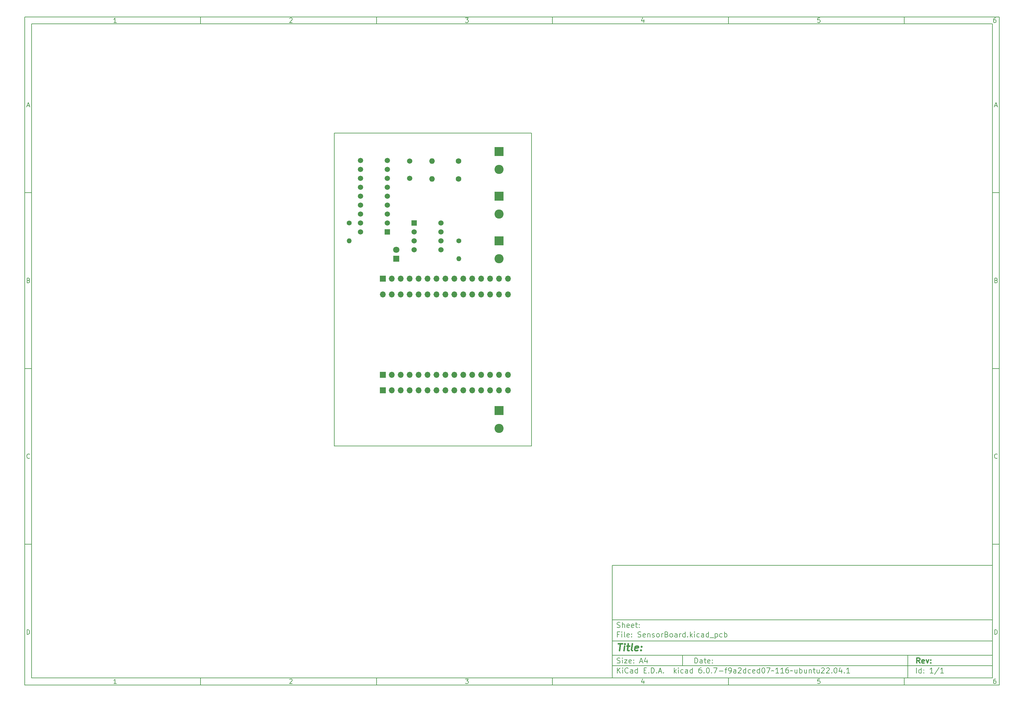
<source format=gbr>
%TF.GenerationSoftware,KiCad,Pcbnew,6.0.7-f9a2dced07~116~ubuntu22.04.1*%
%TF.CreationDate,2022-07-31T23:28:34-04:00*%
%TF.ProjectId,SensorBoard,53656e73-6f72-4426-9f61-72642e6b6963,rev?*%
%TF.SameCoordinates,Original*%
%TF.FileFunction,Soldermask,Top*%
%TF.FilePolarity,Negative*%
%FSLAX46Y46*%
G04 Gerber Fmt 4.6, Leading zero omitted, Abs format (unit mm)*
G04 Created by KiCad (PCBNEW 6.0.7-f9a2dced07~116~ubuntu22.04.1) date 2022-07-31 23:28:34*
%MOMM*%
%LPD*%
G01*
G04 APERTURE LIST*
%ADD10C,0.100000*%
%ADD11C,0.150000*%
%ADD12C,0.300000*%
%ADD13C,0.400000*%
%TA.AperFunction,Profile*%
%ADD14C,0.200000*%
%TD*%
%ADD15R,1.498600X1.498600*%
%ADD16C,1.498600*%
%ADD17R,1.700000X1.700000*%
%ADD18O,1.700000X1.700000*%
%ADD19R,1.800000X1.800000*%
%ADD20C,1.800000*%
%ADD21R,2.600000X2.600000*%
%ADD22C,2.600000*%
%ADD23C,1.600000*%
%ADD24O,1.600000X1.600000*%
%ADD25C,1.400000*%
%ADD26O,1.400000X1.400000*%
%ADD27C,1.500000*%
G04 APERTURE END LIST*
D10*
D11*
X177002200Y-166007200D02*
X177002200Y-198007200D01*
X285002200Y-198007200D01*
X285002200Y-166007200D01*
X177002200Y-166007200D01*
D10*
D11*
X10000000Y-10000000D02*
X10000000Y-200007200D01*
X287002200Y-200007200D01*
X287002200Y-10000000D01*
X10000000Y-10000000D01*
D10*
D11*
X12000000Y-12000000D02*
X12000000Y-198007200D01*
X285002200Y-198007200D01*
X285002200Y-12000000D01*
X12000000Y-12000000D01*
D10*
D11*
X60000000Y-12000000D02*
X60000000Y-10000000D01*
D10*
D11*
X110000000Y-12000000D02*
X110000000Y-10000000D01*
D10*
D11*
X160000000Y-12000000D02*
X160000000Y-10000000D01*
D10*
D11*
X210000000Y-12000000D02*
X210000000Y-10000000D01*
D10*
D11*
X260000000Y-12000000D02*
X260000000Y-10000000D01*
D10*
D11*
X36065476Y-11588095D02*
X35322619Y-11588095D01*
X35694047Y-11588095D02*
X35694047Y-10288095D01*
X35570238Y-10473809D01*
X35446428Y-10597619D01*
X35322619Y-10659523D01*
D10*
D11*
X85322619Y-10411904D02*
X85384523Y-10350000D01*
X85508333Y-10288095D01*
X85817857Y-10288095D01*
X85941666Y-10350000D01*
X86003571Y-10411904D01*
X86065476Y-10535714D01*
X86065476Y-10659523D01*
X86003571Y-10845238D01*
X85260714Y-11588095D01*
X86065476Y-11588095D01*
D10*
D11*
X135260714Y-10288095D02*
X136065476Y-10288095D01*
X135632142Y-10783333D01*
X135817857Y-10783333D01*
X135941666Y-10845238D01*
X136003571Y-10907142D01*
X136065476Y-11030952D01*
X136065476Y-11340476D01*
X136003571Y-11464285D01*
X135941666Y-11526190D01*
X135817857Y-11588095D01*
X135446428Y-11588095D01*
X135322619Y-11526190D01*
X135260714Y-11464285D01*
D10*
D11*
X185941666Y-10721428D02*
X185941666Y-11588095D01*
X185632142Y-10226190D02*
X185322619Y-11154761D01*
X186127380Y-11154761D01*
D10*
D11*
X236003571Y-10288095D02*
X235384523Y-10288095D01*
X235322619Y-10907142D01*
X235384523Y-10845238D01*
X235508333Y-10783333D01*
X235817857Y-10783333D01*
X235941666Y-10845238D01*
X236003571Y-10907142D01*
X236065476Y-11030952D01*
X236065476Y-11340476D01*
X236003571Y-11464285D01*
X235941666Y-11526190D01*
X235817857Y-11588095D01*
X235508333Y-11588095D01*
X235384523Y-11526190D01*
X235322619Y-11464285D01*
D10*
D11*
X285941666Y-10288095D02*
X285694047Y-10288095D01*
X285570238Y-10350000D01*
X285508333Y-10411904D01*
X285384523Y-10597619D01*
X285322619Y-10845238D01*
X285322619Y-11340476D01*
X285384523Y-11464285D01*
X285446428Y-11526190D01*
X285570238Y-11588095D01*
X285817857Y-11588095D01*
X285941666Y-11526190D01*
X286003571Y-11464285D01*
X286065476Y-11340476D01*
X286065476Y-11030952D01*
X286003571Y-10907142D01*
X285941666Y-10845238D01*
X285817857Y-10783333D01*
X285570238Y-10783333D01*
X285446428Y-10845238D01*
X285384523Y-10907142D01*
X285322619Y-11030952D01*
D10*
D11*
X60000000Y-198007200D02*
X60000000Y-200007200D01*
D10*
D11*
X110000000Y-198007200D02*
X110000000Y-200007200D01*
D10*
D11*
X160000000Y-198007200D02*
X160000000Y-200007200D01*
D10*
D11*
X210000000Y-198007200D02*
X210000000Y-200007200D01*
D10*
D11*
X260000000Y-198007200D02*
X260000000Y-200007200D01*
D10*
D11*
X36065476Y-199595295D02*
X35322619Y-199595295D01*
X35694047Y-199595295D02*
X35694047Y-198295295D01*
X35570238Y-198481009D01*
X35446428Y-198604819D01*
X35322619Y-198666723D01*
D10*
D11*
X85322619Y-198419104D02*
X85384523Y-198357200D01*
X85508333Y-198295295D01*
X85817857Y-198295295D01*
X85941666Y-198357200D01*
X86003571Y-198419104D01*
X86065476Y-198542914D01*
X86065476Y-198666723D01*
X86003571Y-198852438D01*
X85260714Y-199595295D01*
X86065476Y-199595295D01*
D10*
D11*
X135260714Y-198295295D02*
X136065476Y-198295295D01*
X135632142Y-198790533D01*
X135817857Y-198790533D01*
X135941666Y-198852438D01*
X136003571Y-198914342D01*
X136065476Y-199038152D01*
X136065476Y-199347676D01*
X136003571Y-199471485D01*
X135941666Y-199533390D01*
X135817857Y-199595295D01*
X135446428Y-199595295D01*
X135322619Y-199533390D01*
X135260714Y-199471485D01*
D10*
D11*
X185941666Y-198728628D02*
X185941666Y-199595295D01*
X185632142Y-198233390D02*
X185322619Y-199161961D01*
X186127380Y-199161961D01*
D10*
D11*
X236003571Y-198295295D02*
X235384523Y-198295295D01*
X235322619Y-198914342D01*
X235384523Y-198852438D01*
X235508333Y-198790533D01*
X235817857Y-198790533D01*
X235941666Y-198852438D01*
X236003571Y-198914342D01*
X236065476Y-199038152D01*
X236065476Y-199347676D01*
X236003571Y-199471485D01*
X235941666Y-199533390D01*
X235817857Y-199595295D01*
X235508333Y-199595295D01*
X235384523Y-199533390D01*
X235322619Y-199471485D01*
D10*
D11*
X285941666Y-198295295D02*
X285694047Y-198295295D01*
X285570238Y-198357200D01*
X285508333Y-198419104D01*
X285384523Y-198604819D01*
X285322619Y-198852438D01*
X285322619Y-199347676D01*
X285384523Y-199471485D01*
X285446428Y-199533390D01*
X285570238Y-199595295D01*
X285817857Y-199595295D01*
X285941666Y-199533390D01*
X286003571Y-199471485D01*
X286065476Y-199347676D01*
X286065476Y-199038152D01*
X286003571Y-198914342D01*
X285941666Y-198852438D01*
X285817857Y-198790533D01*
X285570238Y-198790533D01*
X285446428Y-198852438D01*
X285384523Y-198914342D01*
X285322619Y-199038152D01*
D10*
D11*
X10000000Y-60000000D02*
X12000000Y-60000000D01*
D10*
D11*
X10000000Y-110000000D02*
X12000000Y-110000000D01*
D10*
D11*
X10000000Y-160000000D02*
X12000000Y-160000000D01*
D10*
D11*
X10690476Y-35216666D02*
X11309523Y-35216666D01*
X10566666Y-35588095D02*
X11000000Y-34288095D01*
X11433333Y-35588095D01*
D10*
D11*
X11092857Y-84907142D02*
X11278571Y-84969047D01*
X11340476Y-85030952D01*
X11402380Y-85154761D01*
X11402380Y-85340476D01*
X11340476Y-85464285D01*
X11278571Y-85526190D01*
X11154761Y-85588095D01*
X10659523Y-85588095D01*
X10659523Y-84288095D01*
X11092857Y-84288095D01*
X11216666Y-84350000D01*
X11278571Y-84411904D01*
X11340476Y-84535714D01*
X11340476Y-84659523D01*
X11278571Y-84783333D01*
X11216666Y-84845238D01*
X11092857Y-84907142D01*
X10659523Y-84907142D01*
D10*
D11*
X11402380Y-135464285D02*
X11340476Y-135526190D01*
X11154761Y-135588095D01*
X11030952Y-135588095D01*
X10845238Y-135526190D01*
X10721428Y-135402380D01*
X10659523Y-135278571D01*
X10597619Y-135030952D01*
X10597619Y-134845238D01*
X10659523Y-134597619D01*
X10721428Y-134473809D01*
X10845238Y-134350000D01*
X11030952Y-134288095D01*
X11154761Y-134288095D01*
X11340476Y-134350000D01*
X11402380Y-134411904D01*
D10*
D11*
X10659523Y-185588095D02*
X10659523Y-184288095D01*
X10969047Y-184288095D01*
X11154761Y-184350000D01*
X11278571Y-184473809D01*
X11340476Y-184597619D01*
X11402380Y-184845238D01*
X11402380Y-185030952D01*
X11340476Y-185278571D01*
X11278571Y-185402380D01*
X11154761Y-185526190D01*
X10969047Y-185588095D01*
X10659523Y-185588095D01*
D10*
D11*
X287002200Y-60000000D02*
X285002200Y-60000000D01*
D10*
D11*
X287002200Y-110000000D02*
X285002200Y-110000000D01*
D10*
D11*
X287002200Y-160000000D02*
X285002200Y-160000000D01*
D10*
D11*
X285692676Y-35216666D02*
X286311723Y-35216666D01*
X285568866Y-35588095D02*
X286002200Y-34288095D01*
X286435533Y-35588095D01*
D10*
D11*
X286095057Y-84907142D02*
X286280771Y-84969047D01*
X286342676Y-85030952D01*
X286404580Y-85154761D01*
X286404580Y-85340476D01*
X286342676Y-85464285D01*
X286280771Y-85526190D01*
X286156961Y-85588095D01*
X285661723Y-85588095D01*
X285661723Y-84288095D01*
X286095057Y-84288095D01*
X286218866Y-84350000D01*
X286280771Y-84411904D01*
X286342676Y-84535714D01*
X286342676Y-84659523D01*
X286280771Y-84783333D01*
X286218866Y-84845238D01*
X286095057Y-84907142D01*
X285661723Y-84907142D01*
D10*
D11*
X286404580Y-135464285D02*
X286342676Y-135526190D01*
X286156961Y-135588095D01*
X286033152Y-135588095D01*
X285847438Y-135526190D01*
X285723628Y-135402380D01*
X285661723Y-135278571D01*
X285599819Y-135030952D01*
X285599819Y-134845238D01*
X285661723Y-134597619D01*
X285723628Y-134473809D01*
X285847438Y-134350000D01*
X286033152Y-134288095D01*
X286156961Y-134288095D01*
X286342676Y-134350000D01*
X286404580Y-134411904D01*
D10*
D11*
X285661723Y-185588095D02*
X285661723Y-184288095D01*
X285971247Y-184288095D01*
X286156961Y-184350000D01*
X286280771Y-184473809D01*
X286342676Y-184597619D01*
X286404580Y-184845238D01*
X286404580Y-185030952D01*
X286342676Y-185278571D01*
X286280771Y-185402380D01*
X286156961Y-185526190D01*
X285971247Y-185588095D01*
X285661723Y-185588095D01*
D10*
D11*
X200434342Y-193785771D02*
X200434342Y-192285771D01*
X200791485Y-192285771D01*
X201005771Y-192357200D01*
X201148628Y-192500057D01*
X201220057Y-192642914D01*
X201291485Y-192928628D01*
X201291485Y-193142914D01*
X201220057Y-193428628D01*
X201148628Y-193571485D01*
X201005771Y-193714342D01*
X200791485Y-193785771D01*
X200434342Y-193785771D01*
X202577200Y-193785771D02*
X202577200Y-193000057D01*
X202505771Y-192857200D01*
X202362914Y-192785771D01*
X202077200Y-192785771D01*
X201934342Y-192857200D01*
X202577200Y-193714342D02*
X202434342Y-193785771D01*
X202077200Y-193785771D01*
X201934342Y-193714342D01*
X201862914Y-193571485D01*
X201862914Y-193428628D01*
X201934342Y-193285771D01*
X202077200Y-193214342D01*
X202434342Y-193214342D01*
X202577200Y-193142914D01*
X203077200Y-192785771D02*
X203648628Y-192785771D01*
X203291485Y-192285771D02*
X203291485Y-193571485D01*
X203362914Y-193714342D01*
X203505771Y-193785771D01*
X203648628Y-193785771D01*
X204720057Y-193714342D02*
X204577200Y-193785771D01*
X204291485Y-193785771D01*
X204148628Y-193714342D01*
X204077200Y-193571485D01*
X204077200Y-193000057D01*
X204148628Y-192857200D01*
X204291485Y-192785771D01*
X204577200Y-192785771D01*
X204720057Y-192857200D01*
X204791485Y-193000057D01*
X204791485Y-193142914D01*
X204077200Y-193285771D01*
X205434342Y-193642914D02*
X205505771Y-193714342D01*
X205434342Y-193785771D01*
X205362914Y-193714342D01*
X205434342Y-193642914D01*
X205434342Y-193785771D01*
X205434342Y-192857200D02*
X205505771Y-192928628D01*
X205434342Y-193000057D01*
X205362914Y-192928628D01*
X205434342Y-192857200D01*
X205434342Y-193000057D01*
D10*
D11*
X177002200Y-194507200D02*
X285002200Y-194507200D01*
D10*
D11*
X178434342Y-196585771D02*
X178434342Y-195085771D01*
X179291485Y-196585771D02*
X178648628Y-195728628D01*
X179291485Y-195085771D02*
X178434342Y-195942914D01*
X179934342Y-196585771D02*
X179934342Y-195585771D01*
X179934342Y-195085771D02*
X179862914Y-195157200D01*
X179934342Y-195228628D01*
X180005771Y-195157200D01*
X179934342Y-195085771D01*
X179934342Y-195228628D01*
X181505771Y-196442914D02*
X181434342Y-196514342D01*
X181220057Y-196585771D01*
X181077200Y-196585771D01*
X180862914Y-196514342D01*
X180720057Y-196371485D01*
X180648628Y-196228628D01*
X180577200Y-195942914D01*
X180577200Y-195728628D01*
X180648628Y-195442914D01*
X180720057Y-195300057D01*
X180862914Y-195157200D01*
X181077200Y-195085771D01*
X181220057Y-195085771D01*
X181434342Y-195157200D01*
X181505771Y-195228628D01*
X182791485Y-196585771D02*
X182791485Y-195800057D01*
X182720057Y-195657200D01*
X182577200Y-195585771D01*
X182291485Y-195585771D01*
X182148628Y-195657200D01*
X182791485Y-196514342D02*
X182648628Y-196585771D01*
X182291485Y-196585771D01*
X182148628Y-196514342D01*
X182077200Y-196371485D01*
X182077200Y-196228628D01*
X182148628Y-196085771D01*
X182291485Y-196014342D01*
X182648628Y-196014342D01*
X182791485Y-195942914D01*
X184148628Y-196585771D02*
X184148628Y-195085771D01*
X184148628Y-196514342D02*
X184005771Y-196585771D01*
X183720057Y-196585771D01*
X183577200Y-196514342D01*
X183505771Y-196442914D01*
X183434342Y-196300057D01*
X183434342Y-195871485D01*
X183505771Y-195728628D01*
X183577200Y-195657200D01*
X183720057Y-195585771D01*
X184005771Y-195585771D01*
X184148628Y-195657200D01*
X186005771Y-195800057D02*
X186505771Y-195800057D01*
X186720057Y-196585771D02*
X186005771Y-196585771D01*
X186005771Y-195085771D01*
X186720057Y-195085771D01*
X187362914Y-196442914D02*
X187434342Y-196514342D01*
X187362914Y-196585771D01*
X187291485Y-196514342D01*
X187362914Y-196442914D01*
X187362914Y-196585771D01*
X188077200Y-196585771D02*
X188077200Y-195085771D01*
X188434342Y-195085771D01*
X188648628Y-195157200D01*
X188791485Y-195300057D01*
X188862914Y-195442914D01*
X188934342Y-195728628D01*
X188934342Y-195942914D01*
X188862914Y-196228628D01*
X188791485Y-196371485D01*
X188648628Y-196514342D01*
X188434342Y-196585771D01*
X188077200Y-196585771D01*
X189577200Y-196442914D02*
X189648628Y-196514342D01*
X189577200Y-196585771D01*
X189505771Y-196514342D01*
X189577200Y-196442914D01*
X189577200Y-196585771D01*
X190220057Y-196157200D02*
X190934342Y-196157200D01*
X190077200Y-196585771D02*
X190577200Y-195085771D01*
X191077200Y-196585771D01*
X191577200Y-196442914D02*
X191648628Y-196514342D01*
X191577200Y-196585771D01*
X191505771Y-196514342D01*
X191577200Y-196442914D01*
X191577200Y-196585771D01*
X194577200Y-196585771D02*
X194577200Y-195085771D01*
X194720057Y-196014342D02*
X195148628Y-196585771D01*
X195148628Y-195585771D02*
X194577200Y-196157200D01*
X195791485Y-196585771D02*
X195791485Y-195585771D01*
X195791485Y-195085771D02*
X195720057Y-195157200D01*
X195791485Y-195228628D01*
X195862914Y-195157200D01*
X195791485Y-195085771D01*
X195791485Y-195228628D01*
X197148628Y-196514342D02*
X197005771Y-196585771D01*
X196720057Y-196585771D01*
X196577200Y-196514342D01*
X196505771Y-196442914D01*
X196434342Y-196300057D01*
X196434342Y-195871485D01*
X196505771Y-195728628D01*
X196577200Y-195657200D01*
X196720057Y-195585771D01*
X197005771Y-195585771D01*
X197148628Y-195657200D01*
X198434342Y-196585771D02*
X198434342Y-195800057D01*
X198362914Y-195657200D01*
X198220057Y-195585771D01*
X197934342Y-195585771D01*
X197791485Y-195657200D01*
X198434342Y-196514342D02*
X198291485Y-196585771D01*
X197934342Y-196585771D01*
X197791485Y-196514342D01*
X197720057Y-196371485D01*
X197720057Y-196228628D01*
X197791485Y-196085771D01*
X197934342Y-196014342D01*
X198291485Y-196014342D01*
X198434342Y-195942914D01*
X199791485Y-196585771D02*
X199791485Y-195085771D01*
X199791485Y-196514342D02*
X199648628Y-196585771D01*
X199362914Y-196585771D01*
X199220057Y-196514342D01*
X199148628Y-196442914D01*
X199077200Y-196300057D01*
X199077200Y-195871485D01*
X199148628Y-195728628D01*
X199220057Y-195657200D01*
X199362914Y-195585771D01*
X199648628Y-195585771D01*
X199791485Y-195657200D01*
X202291485Y-195085771D02*
X202005771Y-195085771D01*
X201862914Y-195157200D01*
X201791485Y-195228628D01*
X201648628Y-195442914D01*
X201577200Y-195728628D01*
X201577200Y-196300057D01*
X201648628Y-196442914D01*
X201720057Y-196514342D01*
X201862914Y-196585771D01*
X202148628Y-196585771D01*
X202291485Y-196514342D01*
X202362914Y-196442914D01*
X202434342Y-196300057D01*
X202434342Y-195942914D01*
X202362914Y-195800057D01*
X202291485Y-195728628D01*
X202148628Y-195657200D01*
X201862914Y-195657200D01*
X201720057Y-195728628D01*
X201648628Y-195800057D01*
X201577200Y-195942914D01*
X203077200Y-196442914D02*
X203148628Y-196514342D01*
X203077200Y-196585771D01*
X203005771Y-196514342D01*
X203077200Y-196442914D01*
X203077200Y-196585771D01*
X204077200Y-195085771D02*
X204220057Y-195085771D01*
X204362914Y-195157200D01*
X204434342Y-195228628D01*
X204505771Y-195371485D01*
X204577200Y-195657200D01*
X204577200Y-196014342D01*
X204505771Y-196300057D01*
X204434342Y-196442914D01*
X204362914Y-196514342D01*
X204220057Y-196585771D01*
X204077200Y-196585771D01*
X203934342Y-196514342D01*
X203862914Y-196442914D01*
X203791485Y-196300057D01*
X203720057Y-196014342D01*
X203720057Y-195657200D01*
X203791485Y-195371485D01*
X203862914Y-195228628D01*
X203934342Y-195157200D01*
X204077200Y-195085771D01*
X205220057Y-196442914D02*
X205291485Y-196514342D01*
X205220057Y-196585771D01*
X205148628Y-196514342D01*
X205220057Y-196442914D01*
X205220057Y-196585771D01*
X205791485Y-195085771D02*
X206791485Y-195085771D01*
X206148628Y-196585771D01*
X207362914Y-196014342D02*
X208505771Y-196014342D01*
X209005771Y-195585771D02*
X209577200Y-195585771D01*
X209220057Y-196585771D02*
X209220057Y-195300057D01*
X209291485Y-195157200D01*
X209434342Y-195085771D01*
X209577200Y-195085771D01*
X210148628Y-196585771D02*
X210434342Y-196585771D01*
X210577200Y-196514342D01*
X210648628Y-196442914D01*
X210791485Y-196228628D01*
X210862914Y-195942914D01*
X210862914Y-195371485D01*
X210791485Y-195228628D01*
X210720057Y-195157200D01*
X210577200Y-195085771D01*
X210291485Y-195085771D01*
X210148628Y-195157200D01*
X210077200Y-195228628D01*
X210005771Y-195371485D01*
X210005771Y-195728628D01*
X210077200Y-195871485D01*
X210148628Y-195942914D01*
X210291485Y-196014342D01*
X210577200Y-196014342D01*
X210720057Y-195942914D01*
X210791485Y-195871485D01*
X210862914Y-195728628D01*
X212148628Y-196585771D02*
X212148628Y-195800057D01*
X212077200Y-195657200D01*
X211934342Y-195585771D01*
X211648628Y-195585771D01*
X211505771Y-195657200D01*
X212148628Y-196514342D02*
X212005771Y-196585771D01*
X211648628Y-196585771D01*
X211505771Y-196514342D01*
X211434342Y-196371485D01*
X211434342Y-196228628D01*
X211505771Y-196085771D01*
X211648628Y-196014342D01*
X212005771Y-196014342D01*
X212148628Y-195942914D01*
X212791485Y-195228628D02*
X212862914Y-195157200D01*
X213005771Y-195085771D01*
X213362914Y-195085771D01*
X213505771Y-195157200D01*
X213577200Y-195228628D01*
X213648628Y-195371485D01*
X213648628Y-195514342D01*
X213577200Y-195728628D01*
X212720057Y-196585771D01*
X213648628Y-196585771D01*
X214934342Y-196585771D02*
X214934342Y-195085771D01*
X214934342Y-196514342D02*
X214791485Y-196585771D01*
X214505771Y-196585771D01*
X214362914Y-196514342D01*
X214291485Y-196442914D01*
X214220057Y-196300057D01*
X214220057Y-195871485D01*
X214291485Y-195728628D01*
X214362914Y-195657200D01*
X214505771Y-195585771D01*
X214791485Y-195585771D01*
X214934342Y-195657200D01*
X216291485Y-196514342D02*
X216148628Y-196585771D01*
X215862914Y-196585771D01*
X215720057Y-196514342D01*
X215648628Y-196442914D01*
X215577200Y-196300057D01*
X215577200Y-195871485D01*
X215648628Y-195728628D01*
X215720057Y-195657200D01*
X215862914Y-195585771D01*
X216148628Y-195585771D01*
X216291485Y-195657200D01*
X217505771Y-196514342D02*
X217362914Y-196585771D01*
X217077200Y-196585771D01*
X216934342Y-196514342D01*
X216862914Y-196371485D01*
X216862914Y-195800057D01*
X216934342Y-195657200D01*
X217077200Y-195585771D01*
X217362914Y-195585771D01*
X217505771Y-195657200D01*
X217577200Y-195800057D01*
X217577200Y-195942914D01*
X216862914Y-196085771D01*
X218862914Y-196585771D02*
X218862914Y-195085771D01*
X218862914Y-196514342D02*
X218720057Y-196585771D01*
X218434342Y-196585771D01*
X218291485Y-196514342D01*
X218220057Y-196442914D01*
X218148628Y-196300057D01*
X218148628Y-195871485D01*
X218220057Y-195728628D01*
X218291485Y-195657200D01*
X218434342Y-195585771D01*
X218720057Y-195585771D01*
X218862914Y-195657200D01*
X219862914Y-195085771D02*
X220005771Y-195085771D01*
X220148628Y-195157200D01*
X220220057Y-195228628D01*
X220291485Y-195371485D01*
X220362914Y-195657200D01*
X220362914Y-196014342D01*
X220291485Y-196300057D01*
X220220057Y-196442914D01*
X220148628Y-196514342D01*
X220005771Y-196585771D01*
X219862914Y-196585771D01*
X219720057Y-196514342D01*
X219648628Y-196442914D01*
X219577200Y-196300057D01*
X219505771Y-196014342D01*
X219505771Y-195657200D01*
X219577200Y-195371485D01*
X219648628Y-195228628D01*
X219720057Y-195157200D01*
X219862914Y-195085771D01*
X220862914Y-195085771D02*
X221862914Y-195085771D01*
X221220057Y-196585771D01*
X222220057Y-196014342D02*
X222291485Y-195942914D01*
X222434342Y-195871485D01*
X222720057Y-196014342D01*
X222862914Y-195942914D01*
X222934342Y-195871485D01*
X224291485Y-196585771D02*
X223434342Y-196585771D01*
X223862914Y-196585771D02*
X223862914Y-195085771D01*
X223720057Y-195300057D01*
X223577200Y-195442914D01*
X223434342Y-195514342D01*
X225720057Y-196585771D02*
X224862914Y-196585771D01*
X225291485Y-196585771D02*
X225291485Y-195085771D01*
X225148628Y-195300057D01*
X225005771Y-195442914D01*
X224862914Y-195514342D01*
X227005771Y-195085771D02*
X226720057Y-195085771D01*
X226577200Y-195157200D01*
X226505771Y-195228628D01*
X226362914Y-195442914D01*
X226291485Y-195728628D01*
X226291485Y-196300057D01*
X226362914Y-196442914D01*
X226434342Y-196514342D01*
X226577200Y-196585771D01*
X226862914Y-196585771D01*
X227005771Y-196514342D01*
X227077200Y-196442914D01*
X227148628Y-196300057D01*
X227148628Y-195942914D01*
X227077200Y-195800057D01*
X227005771Y-195728628D01*
X226862914Y-195657200D01*
X226577200Y-195657200D01*
X226434342Y-195728628D01*
X226362914Y-195800057D01*
X226291485Y-195942914D01*
X227577199Y-196014342D02*
X227648628Y-195942914D01*
X227791485Y-195871485D01*
X228077199Y-196014342D01*
X228220057Y-195942914D01*
X228291485Y-195871485D01*
X229505771Y-195585771D02*
X229505771Y-196585771D01*
X228862914Y-195585771D02*
X228862914Y-196371485D01*
X228934342Y-196514342D01*
X229077200Y-196585771D01*
X229291485Y-196585771D01*
X229434342Y-196514342D01*
X229505771Y-196442914D01*
X230220057Y-196585771D02*
X230220057Y-195085771D01*
X230220057Y-195657200D02*
X230362914Y-195585771D01*
X230648628Y-195585771D01*
X230791485Y-195657200D01*
X230862914Y-195728628D01*
X230934342Y-195871485D01*
X230934342Y-196300057D01*
X230862914Y-196442914D01*
X230791485Y-196514342D01*
X230648628Y-196585771D01*
X230362914Y-196585771D01*
X230220057Y-196514342D01*
X232220057Y-195585771D02*
X232220057Y-196585771D01*
X231577200Y-195585771D02*
X231577200Y-196371485D01*
X231648628Y-196514342D01*
X231791485Y-196585771D01*
X232005771Y-196585771D01*
X232148628Y-196514342D01*
X232220057Y-196442914D01*
X232934342Y-195585771D02*
X232934342Y-196585771D01*
X232934342Y-195728628D02*
X233005771Y-195657200D01*
X233148628Y-195585771D01*
X233362914Y-195585771D01*
X233505771Y-195657200D01*
X233577200Y-195800057D01*
X233577200Y-196585771D01*
X234077200Y-195585771D02*
X234648628Y-195585771D01*
X234291485Y-195085771D02*
X234291485Y-196371485D01*
X234362914Y-196514342D01*
X234505771Y-196585771D01*
X234648628Y-196585771D01*
X235791485Y-195585771D02*
X235791485Y-196585771D01*
X235148628Y-195585771D02*
X235148628Y-196371485D01*
X235220057Y-196514342D01*
X235362914Y-196585771D01*
X235577200Y-196585771D01*
X235720057Y-196514342D01*
X235791485Y-196442914D01*
X236434342Y-195228628D02*
X236505771Y-195157200D01*
X236648628Y-195085771D01*
X237005771Y-195085771D01*
X237148628Y-195157200D01*
X237220057Y-195228628D01*
X237291485Y-195371485D01*
X237291485Y-195514342D01*
X237220057Y-195728628D01*
X236362914Y-196585771D01*
X237291485Y-196585771D01*
X237862914Y-195228628D02*
X237934342Y-195157200D01*
X238077200Y-195085771D01*
X238434342Y-195085771D01*
X238577200Y-195157200D01*
X238648628Y-195228628D01*
X238720057Y-195371485D01*
X238720057Y-195514342D01*
X238648628Y-195728628D01*
X237791485Y-196585771D01*
X238720057Y-196585771D01*
X239362914Y-196442914D02*
X239434342Y-196514342D01*
X239362914Y-196585771D01*
X239291485Y-196514342D01*
X239362914Y-196442914D01*
X239362914Y-196585771D01*
X240362914Y-195085771D02*
X240505771Y-195085771D01*
X240648628Y-195157200D01*
X240720057Y-195228628D01*
X240791485Y-195371485D01*
X240862914Y-195657200D01*
X240862914Y-196014342D01*
X240791485Y-196300057D01*
X240720057Y-196442914D01*
X240648628Y-196514342D01*
X240505771Y-196585771D01*
X240362914Y-196585771D01*
X240220057Y-196514342D01*
X240148628Y-196442914D01*
X240077200Y-196300057D01*
X240005771Y-196014342D01*
X240005771Y-195657200D01*
X240077200Y-195371485D01*
X240148628Y-195228628D01*
X240220057Y-195157200D01*
X240362914Y-195085771D01*
X242148628Y-195585771D02*
X242148628Y-196585771D01*
X241791485Y-195014342D02*
X241434342Y-196085771D01*
X242362914Y-196085771D01*
X242934342Y-196442914D02*
X243005771Y-196514342D01*
X242934342Y-196585771D01*
X242862914Y-196514342D01*
X242934342Y-196442914D01*
X242934342Y-196585771D01*
X244434342Y-196585771D02*
X243577199Y-196585771D01*
X244005771Y-196585771D02*
X244005771Y-195085771D01*
X243862914Y-195300057D01*
X243720057Y-195442914D01*
X243577199Y-195514342D01*
D10*
D11*
X177002200Y-191507200D02*
X285002200Y-191507200D01*
D10*
D12*
X264411485Y-193785771D02*
X263911485Y-193071485D01*
X263554342Y-193785771D02*
X263554342Y-192285771D01*
X264125771Y-192285771D01*
X264268628Y-192357200D01*
X264340057Y-192428628D01*
X264411485Y-192571485D01*
X264411485Y-192785771D01*
X264340057Y-192928628D01*
X264268628Y-193000057D01*
X264125771Y-193071485D01*
X263554342Y-193071485D01*
X265625771Y-193714342D02*
X265482914Y-193785771D01*
X265197200Y-193785771D01*
X265054342Y-193714342D01*
X264982914Y-193571485D01*
X264982914Y-193000057D01*
X265054342Y-192857200D01*
X265197200Y-192785771D01*
X265482914Y-192785771D01*
X265625771Y-192857200D01*
X265697200Y-193000057D01*
X265697200Y-193142914D01*
X264982914Y-193285771D01*
X266197200Y-192785771D02*
X266554342Y-193785771D01*
X266911485Y-192785771D01*
X267482914Y-193642914D02*
X267554342Y-193714342D01*
X267482914Y-193785771D01*
X267411485Y-193714342D01*
X267482914Y-193642914D01*
X267482914Y-193785771D01*
X267482914Y-192857200D02*
X267554342Y-192928628D01*
X267482914Y-193000057D01*
X267411485Y-192928628D01*
X267482914Y-192857200D01*
X267482914Y-193000057D01*
D10*
D11*
X178362914Y-193714342D02*
X178577200Y-193785771D01*
X178934342Y-193785771D01*
X179077200Y-193714342D01*
X179148628Y-193642914D01*
X179220057Y-193500057D01*
X179220057Y-193357200D01*
X179148628Y-193214342D01*
X179077200Y-193142914D01*
X178934342Y-193071485D01*
X178648628Y-193000057D01*
X178505771Y-192928628D01*
X178434342Y-192857200D01*
X178362914Y-192714342D01*
X178362914Y-192571485D01*
X178434342Y-192428628D01*
X178505771Y-192357200D01*
X178648628Y-192285771D01*
X179005771Y-192285771D01*
X179220057Y-192357200D01*
X179862914Y-193785771D02*
X179862914Y-192785771D01*
X179862914Y-192285771D02*
X179791485Y-192357200D01*
X179862914Y-192428628D01*
X179934342Y-192357200D01*
X179862914Y-192285771D01*
X179862914Y-192428628D01*
X180434342Y-192785771D02*
X181220057Y-192785771D01*
X180434342Y-193785771D01*
X181220057Y-193785771D01*
X182362914Y-193714342D02*
X182220057Y-193785771D01*
X181934342Y-193785771D01*
X181791485Y-193714342D01*
X181720057Y-193571485D01*
X181720057Y-193000057D01*
X181791485Y-192857200D01*
X181934342Y-192785771D01*
X182220057Y-192785771D01*
X182362914Y-192857200D01*
X182434342Y-193000057D01*
X182434342Y-193142914D01*
X181720057Y-193285771D01*
X183077200Y-193642914D02*
X183148628Y-193714342D01*
X183077200Y-193785771D01*
X183005771Y-193714342D01*
X183077200Y-193642914D01*
X183077200Y-193785771D01*
X183077200Y-192857200D02*
X183148628Y-192928628D01*
X183077200Y-193000057D01*
X183005771Y-192928628D01*
X183077200Y-192857200D01*
X183077200Y-193000057D01*
X184862914Y-193357200D02*
X185577200Y-193357200D01*
X184720057Y-193785771D02*
X185220057Y-192285771D01*
X185720057Y-193785771D01*
X186862914Y-192785771D02*
X186862914Y-193785771D01*
X186505771Y-192214342D02*
X186148628Y-193285771D01*
X187077200Y-193285771D01*
D10*
D11*
X263434342Y-196585771D02*
X263434342Y-195085771D01*
X264791485Y-196585771D02*
X264791485Y-195085771D01*
X264791485Y-196514342D02*
X264648628Y-196585771D01*
X264362914Y-196585771D01*
X264220057Y-196514342D01*
X264148628Y-196442914D01*
X264077200Y-196300057D01*
X264077200Y-195871485D01*
X264148628Y-195728628D01*
X264220057Y-195657200D01*
X264362914Y-195585771D01*
X264648628Y-195585771D01*
X264791485Y-195657200D01*
X265505771Y-196442914D02*
X265577200Y-196514342D01*
X265505771Y-196585771D01*
X265434342Y-196514342D01*
X265505771Y-196442914D01*
X265505771Y-196585771D01*
X265505771Y-195657200D02*
X265577200Y-195728628D01*
X265505771Y-195800057D01*
X265434342Y-195728628D01*
X265505771Y-195657200D01*
X265505771Y-195800057D01*
X268148628Y-196585771D02*
X267291485Y-196585771D01*
X267720057Y-196585771D02*
X267720057Y-195085771D01*
X267577200Y-195300057D01*
X267434342Y-195442914D01*
X267291485Y-195514342D01*
X269862914Y-195014342D02*
X268577200Y-196942914D01*
X271148628Y-196585771D02*
X270291485Y-196585771D01*
X270720057Y-196585771D02*
X270720057Y-195085771D01*
X270577200Y-195300057D01*
X270434342Y-195442914D01*
X270291485Y-195514342D01*
D10*
D11*
X177002200Y-187507200D02*
X285002200Y-187507200D01*
D10*
D13*
X178714580Y-188211961D02*
X179857438Y-188211961D01*
X179036009Y-190211961D02*
X179286009Y-188211961D01*
X180274104Y-190211961D02*
X180440771Y-188878628D01*
X180524104Y-188211961D02*
X180416961Y-188307200D01*
X180500295Y-188402438D01*
X180607438Y-188307200D01*
X180524104Y-188211961D01*
X180500295Y-188402438D01*
X181107438Y-188878628D02*
X181869342Y-188878628D01*
X181476485Y-188211961D02*
X181262200Y-189926247D01*
X181333628Y-190116723D01*
X181512200Y-190211961D01*
X181702676Y-190211961D01*
X182655057Y-190211961D02*
X182476485Y-190116723D01*
X182405057Y-189926247D01*
X182619342Y-188211961D01*
X184190771Y-190116723D02*
X183988390Y-190211961D01*
X183607438Y-190211961D01*
X183428866Y-190116723D01*
X183357438Y-189926247D01*
X183452676Y-189164342D01*
X183571723Y-188973866D01*
X183774104Y-188878628D01*
X184155057Y-188878628D01*
X184333628Y-188973866D01*
X184405057Y-189164342D01*
X184381247Y-189354819D01*
X183405057Y-189545295D01*
X185155057Y-190021485D02*
X185238390Y-190116723D01*
X185131247Y-190211961D01*
X185047914Y-190116723D01*
X185155057Y-190021485D01*
X185131247Y-190211961D01*
X185286009Y-188973866D02*
X185369342Y-189069104D01*
X185262200Y-189164342D01*
X185178866Y-189069104D01*
X185286009Y-188973866D01*
X185262200Y-189164342D01*
D10*
D11*
X178934342Y-185600057D02*
X178434342Y-185600057D01*
X178434342Y-186385771D02*
X178434342Y-184885771D01*
X179148628Y-184885771D01*
X179720057Y-186385771D02*
X179720057Y-185385771D01*
X179720057Y-184885771D02*
X179648628Y-184957200D01*
X179720057Y-185028628D01*
X179791485Y-184957200D01*
X179720057Y-184885771D01*
X179720057Y-185028628D01*
X180648628Y-186385771D02*
X180505771Y-186314342D01*
X180434342Y-186171485D01*
X180434342Y-184885771D01*
X181791485Y-186314342D02*
X181648628Y-186385771D01*
X181362914Y-186385771D01*
X181220057Y-186314342D01*
X181148628Y-186171485D01*
X181148628Y-185600057D01*
X181220057Y-185457200D01*
X181362914Y-185385771D01*
X181648628Y-185385771D01*
X181791485Y-185457200D01*
X181862914Y-185600057D01*
X181862914Y-185742914D01*
X181148628Y-185885771D01*
X182505771Y-186242914D02*
X182577200Y-186314342D01*
X182505771Y-186385771D01*
X182434342Y-186314342D01*
X182505771Y-186242914D01*
X182505771Y-186385771D01*
X182505771Y-185457200D02*
X182577200Y-185528628D01*
X182505771Y-185600057D01*
X182434342Y-185528628D01*
X182505771Y-185457200D01*
X182505771Y-185600057D01*
X184291485Y-186314342D02*
X184505771Y-186385771D01*
X184862914Y-186385771D01*
X185005771Y-186314342D01*
X185077200Y-186242914D01*
X185148628Y-186100057D01*
X185148628Y-185957200D01*
X185077200Y-185814342D01*
X185005771Y-185742914D01*
X184862914Y-185671485D01*
X184577200Y-185600057D01*
X184434342Y-185528628D01*
X184362914Y-185457200D01*
X184291485Y-185314342D01*
X184291485Y-185171485D01*
X184362914Y-185028628D01*
X184434342Y-184957200D01*
X184577200Y-184885771D01*
X184934342Y-184885771D01*
X185148628Y-184957200D01*
X186362914Y-186314342D02*
X186220057Y-186385771D01*
X185934342Y-186385771D01*
X185791485Y-186314342D01*
X185720057Y-186171485D01*
X185720057Y-185600057D01*
X185791485Y-185457200D01*
X185934342Y-185385771D01*
X186220057Y-185385771D01*
X186362914Y-185457200D01*
X186434342Y-185600057D01*
X186434342Y-185742914D01*
X185720057Y-185885771D01*
X187077200Y-185385771D02*
X187077200Y-186385771D01*
X187077200Y-185528628D02*
X187148628Y-185457200D01*
X187291485Y-185385771D01*
X187505771Y-185385771D01*
X187648628Y-185457200D01*
X187720057Y-185600057D01*
X187720057Y-186385771D01*
X188362914Y-186314342D02*
X188505771Y-186385771D01*
X188791485Y-186385771D01*
X188934342Y-186314342D01*
X189005771Y-186171485D01*
X189005771Y-186100057D01*
X188934342Y-185957200D01*
X188791485Y-185885771D01*
X188577200Y-185885771D01*
X188434342Y-185814342D01*
X188362914Y-185671485D01*
X188362914Y-185600057D01*
X188434342Y-185457200D01*
X188577200Y-185385771D01*
X188791485Y-185385771D01*
X188934342Y-185457200D01*
X189862914Y-186385771D02*
X189720057Y-186314342D01*
X189648628Y-186242914D01*
X189577200Y-186100057D01*
X189577200Y-185671485D01*
X189648628Y-185528628D01*
X189720057Y-185457200D01*
X189862914Y-185385771D01*
X190077200Y-185385771D01*
X190220057Y-185457200D01*
X190291485Y-185528628D01*
X190362914Y-185671485D01*
X190362914Y-186100057D01*
X190291485Y-186242914D01*
X190220057Y-186314342D01*
X190077200Y-186385771D01*
X189862914Y-186385771D01*
X191005771Y-186385771D02*
X191005771Y-185385771D01*
X191005771Y-185671485D02*
X191077200Y-185528628D01*
X191148628Y-185457200D01*
X191291485Y-185385771D01*
X191434342Y-185385771D01*
X192434342Y-185600057D02*
X192648628Y-185671485D01*
X192720057Y-185742914D01*
X192791485Y-185885771D01*
X192791485Y-186100057D01*
X192720057Y-186242914D01*
X192648628Y-186314342D01*
X192505771Y-186385771D01*
X191934342Y-186385771D01*
X191934342Y-184885771D01*
X192434342Y-184885771D01*
X192577200Y-184957200D01*
X192648628Y-185028628D01*
X192720057Y-185171485D01*
X192720057Y-185314342D01*
X192648628Y-185457200D01*
X192577200Y-185528628D01*
X192434342Y-185600057D01*
X191934342Y-185600057D01*
X193648628Y-186385771D02*
X193505771Y-186314342D01*
X193434342Y-186242914D01*
X193362914Y-186100057D01*
X193362914Y-185671485D01*
X193434342Y-185528628D01*
X193505771Y-185457200D01*
X193648628Y-185385771D01*
X193862914Y-185385771D01*
X194005771Y-185457200D01*
X194077200Y-185528628D01*
X194148628Y-185671485D01*
X194148628Y-186100057D01*
X194077200Y-186242914D01*
X194005771Y-186314342D01*
X193862914Y-186385771D01*
X193648628Y-186385771D01*
X195434342Y-186385771D02*
X195434342Y-185600057D01*
X195362914Y-185457200D01*
X195220057Y-185385771D01*
X194934342Y-185385771D01*
X194791485Y-185457200D01*
X195434342Y-186314342D02*
X195291485Y-186385771D01*
X194934342Y-186385771D01*
X194791485Y-186314342D01*
X194720057Y-186171485D01*
X194720057Y-186028628D01*
X194791485Y-185885771D01*
X194934342Y-185814342D01*
X195291485Y-185814342D01*
X195434342Y-185742914D01*
X196148628Y-186385771D02*
X196148628Y-185385771D01*
X196148628Y-185671485D02*
X196220057Y-185528628D01*
X196291485Y-185457200D01*
X196434342Y-185385771D01*
X196577200Y-185385771D01*
X197720057Y-186385771D02*
X197720057Y-184885771D01*
X197720057Y-186314342D02*
X197577200Y-186385771D01*
X197291485Y-186385771D01*
X197148628Y-186314342D01*
X197077200Y-186242914D01*
X197005771Y-186100057D01*
X197005771Y-185671485D01*
X197077200Y-185528628D01*
X197148628Y-185457200D01*
X197291485Y-185385771D01*
X197577200Y-185385771D01*
X197720057Y-185457200D01*
X198434342Y-186242914D02*
X198505771Y-186314342D01*
X198434342Y-186385771D01*
X198362914Y-186314342D01*
X198434342Y-186242914D01*
X198434342Y-186385771D01*
X199148628Y-186385771D02*
X199148628Y-184885771D01*
X199291485Y-185814342D02*
X199720057Y-186385771D01*
X199720057Y-185385771D02*
X199148628Y-185957200D01*
X200362914Y-186385771D02*
X200362914Y-185385771D01*
X200362914Y-184885771D02*
X200291485Y-184957200D01*
X200362914Y-185028628D01*
X200434342Y-184957200D01*
X200362914Y-184885771D01*
X200362914Y-185028628D01*
X201720057Y-186314342D02*
X201577200Y-186385771D01*
X201291485Y-186385771D01*
X201148628Y-186314342D01*
X201077200Y-186242914D01*
X201005771Y-186100057D01*
X201005771Y-185671485D01*
X201077200Y-185528628D01*
X201148628Y-185457200D01*
X201291485Y-185385771D01*
X201577200Y-185385771D01*
X201720057Y-185457200D01*
X203005771Y-186385771D02*
X203005771Y-185600057D01*
X202934342Y-185457200D01*
X202791485Y-185385771D01*
X202505771Y-185385771D01*
X202362914Y-185457200D01*
X203005771Y-186314342D02*
X202862914Y-186385771D01*
X202505771Y-186385771D01*
X202362914Y-186314342D01*
X202291485Y-186171485D01*
X202291485Y-186028628D01*
X202362914Y-185885771D01*
X202505771Y-185814342D01*
X202862914Y-185814342D01*
X203005771Y-185742914D01*
X204362914Y-186385771D02*
X204362914Y-184885771D01*
X204362914Y-186314342D02*
X204220057Y-186385771D01*
X203934342Y-186385771D01*
X203791485Y-186314342D01*
X203720057Y-186242914D01*
X203648628Y-186100057D01*
X203648628Y-185671485D01*
X203720057Y-185528628D01*
X203791485Y-185457200D01*
X203934342Y-185385771D01*
X204220057Y-185385771D01*
X204362914Y-185457200D01*
X204720057Y-186528628D02*
X205862914Y-186528628D01*
X206220057Y-185385771D02*
X206220057Y-186885771D01*
X206220057Y-185457200D02*
X206362914Y-185385771D01*
X206648628Y-185385771D01*
X206791485Y-185457200D01*
X206862914Y-185528628D01*
X206934342Y-185671485D01*
X206934342Y-186100057D01*
X206862914Y-186242914D01*
X206791485Y-186314342D01*
X206648628Y-186385771D01*
X206362914Y-186385771D01*
X206220057Y-186314342D01*
X208220057Y-186314342D02*
X208077200Y-186385771D01*
X207791485Y-186385771D01*
X207648628Y-186314342D01*
X207577200Y-186242914D01*
X207505771Y-186100057D01*
X207505771Y-185671485D01*
X207577200Y-185528628D01*
X207648628Y-185457200D01*
X207791485Y-185385771D01*
X208077200Y-185385771D01*
X208220057Y-185457200D01*
X208862914Y-186385771D02*
X208862914Y-184885771D01*
X208862914Y-185457200D02*
X209005771Y-185385771D01*
X209291485Y-185385771D01*
X209434342Y-185457200D01*
X209505771Y-185528628D01*
X209577200Y-185671485D01*
X209577200Y-186100057D01*
X209505771Y-186242914D01*
X209434342Y-186314342D01*
X209291485Y-186385771D01*
X209005771Y-186385771D01*
X208862914Y-186314342D01*
D10*
D11*
X177002200Y-181507200D02*
X285002200Y-181507200D01*
D10*
D11*
X178362914Y-183614342D02*
X178577200Y-183685771D01*
X178934342Y-183685771D01*
X179077200Y-183614342D01*
X179148628Y-183542914D01*
X179220057Y-183400057D01*
X179220057Y-183257200D01*
X179148628Y-183114342D01*
X179077200Y-183042914D01*
X178934342Y-182971485D01*
X178648628Y-182900057D01*
X178505771Y-182828628D01*
X178434342Y-182757200D01*
X178362914Y-182614342D01*
X178362914Y-182471485D01*
X178434342Y-182328628D01*
X178505771Y-182257200D01*
X178648628Y-182185771D01*
X179005771Y-182185771D01*
X179220057Y-182257200D01*
X179862914Y-183685771D02*
X179862914Y-182185771D01*
X180505771Y-183685771D02*
X180505771Y-182900057D01*
X180434342Y-182757200D01*
X180291485Y-182685771D01*
X180077200Y-182685771D01*
X179934342Y-182757200D01*
X179862914Y-182828628D01*
X181791485Y-183614342D02*
X181648628Y-183685771D01*
X181362914Y-183685771D01*
X181220057Y-183614342D01*
X181148628Y-183471485D01*
X181148628Y-182900057D01*
X181220057Y-182757200D01*
X181362914Y-182685771D01*
X181648628Y-182685771D01*
X181791485Y-182757200D01*
X181862914Y-182900057D01*
X181862914Y-183042914D01*
X181148628Y-183185771D01*
X183077200Y-183614342D02*
X182934342Y-183685771D01*
X182648628Y-183685771D01*
X182505771Y-183614342D01*
X182434342Y-183471485D01*
X182434342Y-182900057D01*
X182505771Y-182757200D01*
X182648628Y-182685771D01*
X182934342Y-182685771D01*
X183077200Y-182757200D01*
X183148628Y-182900057D01*
X183148628Y-183042914D01*
X182434342Y-183185771D01*
X183577200Y-182685771D02*
X184148628Y-182685771D01*
X183791485Y-182185771D02*
X183791485Y-183471485D01*
X183862914Y-183614342D01*
X184005771Y-183685771D01*
X184148628Y-183685771D01*
X184648628Y-183542914D02*
X184720057Y-183614342D01*
X184648628Y-183685771D01*
X184577200Y-183614342D01*
X184648628Y-183542914D01*
X184648628Y-183685771D01*
X184648628Y-182757200D02*
X184720057Y-182828628D01*
X184648628Y-182900057D01*
X184577200Y-182828628D01*
X184648628Y-182757200D01*
X184648628Y-182900057D01*
D10*
D12*
D10*
D11*
D10*
D11*
D10*
D11*
D10*
D11*
D10*
D11*
X197002200Y-191507200D02*
X197002200Y-194507200D01*
D10*
D11*
X261002200Y-191507200D02*
X261002200Y-198007200D01*
D14*
X154000000Y-132000000D02*
X98000000Y-132000000D01*
X98000000Y-132000000D02*
X98000000Y-43000000D01*
X98000000Y-43000000D02*
X154000000Y-43000000D01*
X154000000Y-43000000D02*
X154000000Y-132000000D01*
D15*
%TO.C,TRANSCEIVER_1*%
X120650000Y-68580000D03*
D16*
X120650000Y-71120000D03*
X120650000Y-73660000D03*
X120650000Y-76200000D03*
X128270000Y-76200000D03*
X128270000Y-73660000D03*
X128270000Y-71120000D03*
X128270000Y-68580000D03*
%TD*%
%TO.C,CONTROLLER_1*%
X105410000Y-71120000D03*
X105410000Y-68580000D03*
X105410000Y-66040000D03*
X105410000Y-63500000D03*
X105410000Y-60960000D03*
X105410000Y-58420000D03*
X105410000Y-55880000D03*
X105410000Y-53340000D03*
X105410000Y-50800000D03*
X113030000Y-50800000D03*
X113030000Y-53340000D03*
X113030000Y-55880000D03*
X113030000Y-58420000D03*
X113030000Y-60960000D03*
X113030000Y-63500000D03*
X113030000Y-66040000D03*
X113030000Y-68580000D03*
D15*
X113030000Y-71120000D03*
%TD*%
D17*
%TO.C,J6*%
X111760000Y-84455000D03*
D18*
X114300000Y-84455000D03*
X116840000Y-84455000D03*
X119380000Y-84455000D03*
X121920000Y-84455000D03*
X124460000Y-84455000D03*
X127000000Y-84455000D03*
X129540000Y-84455000D03*
X132080000Y-84455000D03*
X134620000Y-84455000D03*
X137160000Y-84455000D03*
X139700000Y-84455000D03*
X142240000Y-84455000D03*
X144780000Y-84455000D03*
X147320000Y-84455000D03*
%TD*%
%TO.C,J5*%
X147320000Y-116205000D03*
X144780000Y-116205000D03*
X142240000Y-116205000D03*
X139700000Y-116205000D03*
X137160000Y-116205000D03*
X134620000Y-116205000D03*
X132080000Y-116205000D03*
X129540000Y-116205000D03*
X127000000Y-116205000D03*
X124460000Y-116205000D03*
X121920000Y-116205000D03*
X119380000Y-116205000D03*
X116840000Y-116205000D03*
X114300000Y-116205000D03*
D17*
X111760000Y-116205000D03*
%TD*%
D19*
%TO.C,D1*%
X115570000Y-78745000D03*
D20*
X115570000Y-76205000D03*
%TD*%
D21*
%TO.C,J3*%
X144780000Y-60960000D03*
D22*
X144780000Y-66040000D03*
%TD*%
D18*
%TO.C,MICROPROCESSOR_1*%
X147320000Y-88900000D03*
X144780000Y-88900000D03*
X142240000Y-88900000D03*
X139700000Y-88900000D03*
X137160000Y-88900000D03*
X134620000Y-88900000D03*
X132080000Y-88900000D03*
X129540000Y-88900000D03*
X127000000Y-88900000D03*
X124460000Y-88900000D03*
X121920000Y-88900000D03*
X119380000Y-88900000D03*
X116840000Y-88900000D03*
X114300000Y-88900000D03*
X111760000Y-88900000D03*
X147320000Y-111760000D03*
X144780000Y-111760000D03*
X142240000Y-111760000D03*
X139700000Y-111760000D03*
X137160000Y-111760000D03*
X134620000Y-111760000D03*
X132080000Y-111760000D03*
X129540000Y-111760000D03*
X127000000Y-111760000D03*
X124460000Y-111760000D03*
X121920000Y-111760000D03*
X119380000Y-111760000D03*
X116840000Y-111760000D03*
X114300000Y-111760000D03*
D17*
X111760000Y-111760000D03*
%TD*%
D23*
%TO.C,C1*%
X133290000Y-56080000D03*
D24*
X125790000Y-56080000D03*
%TD*%
D23*
%TO.C,C2*%
X133290000Y-51000000D03*
D24*
X125790000Y-51000000D03*
%TD*%
D25*
%TO.C,R2*%
X133350000Y-73660000D03*
D26*
X133350000Y-78740000D03*
%TD*%
D21*
%TO.C,J2*%
X144780000Y-73660000D03*
D22*
X144780000Y-78740000D03*
%TD*%
D25*
%TO.C,R1*%
X102235000Y-68580000D03*
D26*
X102235000Y-73660000D03*
%TD*%
D22*
%TO.C,J1*%
X144780000Y-127000000D03*
D21*
X144780000Y-121920000D03*
%TD*%
D27*
%TO.C,20MHz1*%
X119380000Y-51000000D03*
X119380000Y-55880000D03*
%TD*%
D21*
%TO.C,J4*%
X144780000Y-48260000D03*
D22*
X144780000Y-53340000D03*
%TD*%
M02*

</source>
